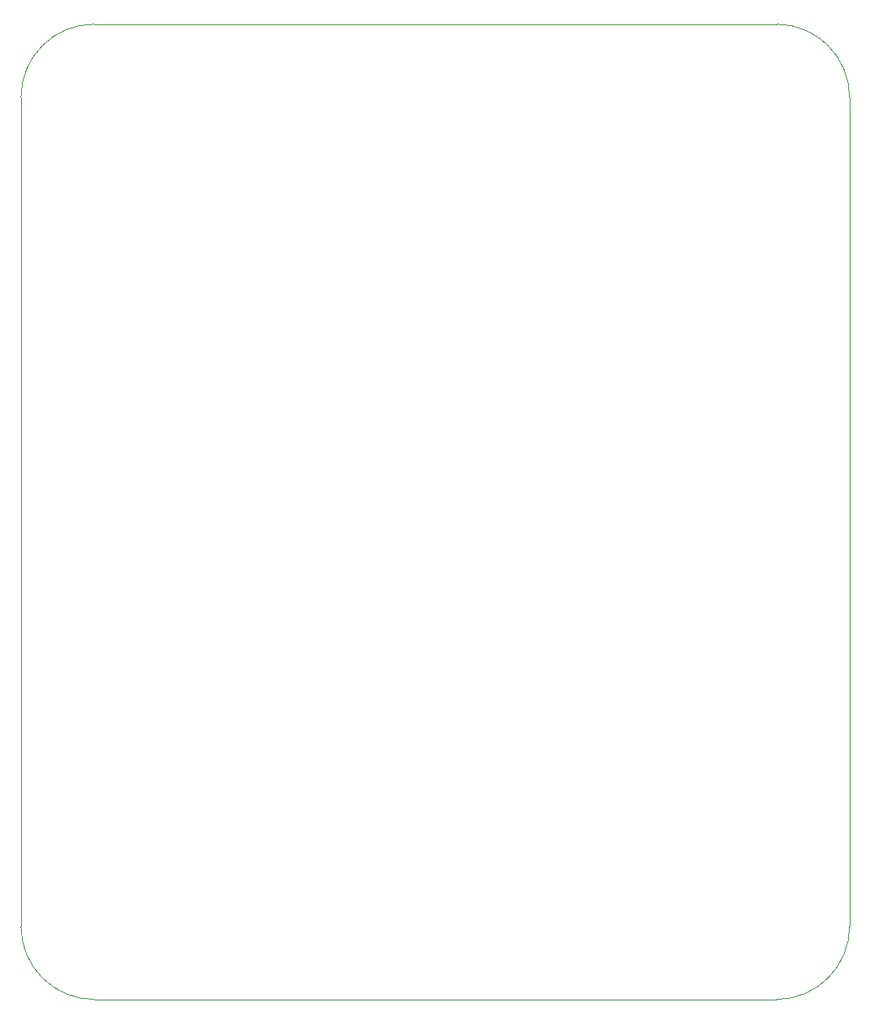
<source format=gm1>
G04 #@! TF.GenerationSoftware,KiCad,Pcbnew,9.0.2*
G04 #@! TF.CreationDate,2025-08-04T14:03:07+09:00*
G04 #@! TF.ProjectId,F767ZI_MB_V1.5,46373637-5a49-45f4-9d42-5f56312e352e,rev?*
G04 #@! TF.SameCoordinates,Original*
G04 #@! TF.FileFunction,Profile,NP*
%FSLAX46Y46*%
G04 Gerber Fmt 4.6, Leading zero omitted, Abs format (unit mm)*
G04 Created by KiCad (PCBNEW 9.0.2) date 2025-08-04 14:03:07*
%MOMM*%
%LPD*%
G01*
G04 APERTURE LIST*
G04 #@! TA.AperFunction,Profile*
%ADD10C,0.050000*%
G04 #@! TD*
G04 APERTURE END LIST*
D10*
X114300000Y-68580000D02*
X185420000Y-68580000D01*
X193040000Y-162560000D02*
X193040000Y-76200000D01*
X114300000Y-170180000D02*
X185420000Y-170180000D01*
X106680000Y-76200000D02*
X106680000Y-162560000D01*
X193040000Y-162560000D02*
G75*
G02*
X185420000Y-170180000I-7620000J0D01*
G01*
X185420000Y-68580000D02*
G75*
G02*
X193040000Y-76200000I0J-7620000D01*
G01*
X106680000Y-76200000D02*
G75*
G02*
X114300000Y-68580000I7620000J0D01*
G01*
X114300000Y-170180000D02*
G75*
G02*
X106680000Y-162560000I0J7620000D01*
G01*
M02*

</source>
